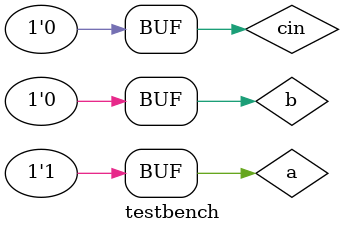
<source format=v>
module bit_be(s,c,a,b,cin);
input a,b,cin;
output s,c;
reg s,c;
always @(*)
begin
if(a==1 & b==1)
begin
s=cin;
c=1;
end
else
begin
        if(cin==0)
        begin
        s=a+b;c=0;
        end
        else
        begin
        if(a==1 | b==1)
        begin s=0;c=1; end
        else 
        begin 
        s=1;c=0;
        end
        end
end
end
endmodule

module testbench;
reg a,b,cin;
wire s,c;
bit_be mod(s,c,a,b,cin);
initial
begin 
$dumpvars();
$dumpfile("1bit.vcd");
$monitor($time,"a=%b b=%b cin=%b s=%b c=%b",a,b,cin,s,c);
#0 a=1'b0;
b=1'b1;
cin=1'b1;
#5 a=1'b1;
b=1'b1;
cin = 1'b0;
#10 a=1'b1;
b=1'b0;
cin = 1'b0;
end
endmodule

</source>
